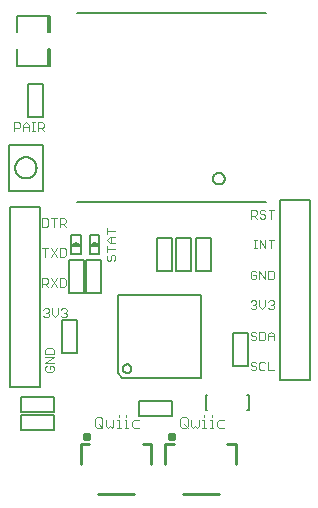
<source format=gbr>
G04 EAGLE Gerber RS-274X export*
G75*
%MOMM*%
%FSLAX34Y34*%
%LPD*%
%INSilkscreen Top*%
%IPPOS*%
%AMOC8*
5,1,8,0,0,1.08239X$1,22.5*%
G01*
%ADD10C,0.076200*%
%ADD11C,0.101600*%
%ADD12C,0.127000*%
%ADD13C,0.203200*%
%ADD14C,0.400000*%
%ADD15C,0.254000*%
%ADD16C,0.200000*%
%ADD17C,0.152400*%


D10*
X33607Y114923D02*
X32379Y113695D01*
X32379Y111237D01*
X33607Y110009D01*
X38522Y110009D01*
X39751Y111237D01*
X39751Y113695D01*
X38522Y114923D01*
X36065Y114923D01*
X36065Y112466D01*
X39751Y117493D02*
X32379Y117493D01*
X39751Y122408D01*
X32379Y122408D01*
X32379Y124977D02*
X39751Y124977D01*
X39751Y128663D01*
X38522Y129892D01*
X33607Y129892D01*
X32379Y128663D01*
X32379Y124977D01*
X30861Y162227D02*
X32090Y163455D01*
X34547Y163455D01*
X35776Y162227D01*
X35776Y160998D01*
X34547Y159769D01*
X33318Y159769D01*
X34547Y159769D02*
X35776Y158540D01*
X35776Y157312D01*
X34547Y156083D01*
X32090Y156083D01*
X30861Y157312D01*
X38345Y158540D02*
X38345Y163455D01*
X38345Y158540D02*
X40803Y156083D01*
X43260Y158540D01*
X43260Y163455D01*
X45829Y162227D02*
X47058Y163455D01*
X49515Y163455D01*
X50744Y162227D01*
X50744Y160998D01*
X49515Y159769D01*
X48287Y159769D01*
X49515Y159769D02*
X50744Y158540D01*
X50744Y157312D01*
X49515Y156083D01*
X47058Y156083D01*
X45829Y157312D01*
X29845Y181737D02*
X29845Y189109D01*
X33531Y189109D01*
X34760Y187881D01*
X34760Y185423D01*
X33531Y184194D01*
X29845Y184194D01*
X32302Y184194D02*
X34760Y181737D01*
X42244Y181737D02*
X37329Y189109D01*
X42244Y189109D02*
X37329Y181737D01*
X44813Y181737D02*
X44813Y189109D01*
X44813Y181737D02*
X48499Y181737D01*
X49728Y182966D01*
X49728Y187881D01*
X48499Y189109D01*
X44813Y189109D01*
X30099Y232537D02*
X30099Y239909D01*
X30099Y232537D02*
X33785Y232537D01*
X35014Y233766D01*
X35014Y238681D01*
X33785Y239909D01*
X30099Y239909D01*
X40041Y239909D02*
X40041Y232537D01*
X37583Y239909D02*
X42498Y239909D01*
X45067Y239909D02*
X45067Y232537D01*
X45067Y239909D02*
X48753Y239909D01*
X49982Y238681D01*
X49982Y236223D01*
X48753Y234994D01*
X45067Y234994D01*
X47525Y234994D02*
X49982Y232537D01*
X209023Y214249D02*
X211481Y214249D01*
X210252Y214249D02*
X210252Y221621D01*
X209023Y221621D02*
X211481Y221621D01*
X214013Y221621D02*
X214013Y214249D01*
X218928Y214249D02*
X214013Y221621D01*
X218928Y221621D02*
X218928Y214249D01*
X223954Y214249D02*
X223954Y221621D01*
X221497Y221621D02*
X226412Y221621D01*
D11*
X74676Y70111D02*
X74676Y64009D01*
X74676Y70111D02*
X76201Y71636D01*
X79252Y71636D01*
X80777Y70111D01*
X80777Y64009D01*
X79252Y62484D01*
X76201Y62484D01*
X74676Y64009D01*
X77727Y65535D02*
X80777Y62484D01*
X84031Y64009D02*
X84031Y68585D01*
X84031Y64009D02*
X85556Y62484D01*
X87082Y64009D01*
X88607Y62484D01*
X90132Y64009D01*
X90132Y68585D01*
X93386Y68585D02*
X94912Y68585D01*
X94912Y62484D01*
X96437Y62484D02*
X93386Y62484D01*
X94912Y71636D02*
X94912Y73161D01*
X99623Y68585D02*
X101148Y68585D01*
X101148Y62484D01*
X99623Y62484D02*
X102674Y62484D01*
X101148Y71636D02*
X101148Y73161D01*
X107385Y68585D02*
X111961Y68585D01*
X107385Y68585D02*
X105860Y67060D01*
X105860Y64009D01*
X107385Y62484D01*
X111961Y62484D01*
X146812Y64009D02*
X146812Y70111D01*
X148337Y71636D01*
X151388Y71636D01*
X152913Y70111D01*
X152913Y64009D01*
X151388Y62484D01*
X148337Y62484D01*
X146812Y64009D01*
X149863Y65535D02*
X152913Y62484D01*
X156167Y64009D02*
X156167Y68585D01*
X156167Y64009D02*
X157692Y62484D01*
X159218Y64009D01*
X160743Y62484D01*
X162268Y64009D01*
X162268Y68585D01*
X165522Y68585D02*
X167048Y68585D01*
X167048Y62484D01*
X168573Y62484D02*
X165522Y62484D01*
X167048Y71636D02*
X167048Y73161D01*
X171759Y68585D02*
X173284Y68585D01*
X173284Y62484D01*
X171759Y62484D02*
X174810Y62484D01*
X173284Y71636D02*
X173284Y73161D01*
X179521Y68585D02*
X184097Y68585D01*
X179521Y68585D02*
X177996Y67060D01*
X177996Y64009D01*
X179521Y62484D01*
X184097Y62484D01*
D10*
X6223Y313563D02*
X6223Y320935D01*
X9909Y320935D01*
X11138Y319707D01*
X11138Y317249D01*
X9909Y316020D01*
X6223Y316020D01*
X13707Y313563D02*
X13707Y318478D01*
X16165Y320935D01*
X18622Y318478D01*
X18622Y313563D01*
X18622Y317249D02*
X13707Y317249D01*
X21191Y313563D02*
X23649Y313563D01*
X22420Y313563D02*
X22420Y320935D01*
X21191Y320935D02*
X23649Y320935D01*
X26181Y320935D02*
X26181Y313563D01*
X26181Y320935D02*
X29867Y320935D01*
X31096Y319707D01*
X31096Y317249D01*
X29867Y316020D01*
X26181Y316020D01*
X28638Y316020D02*
X31096Y313563D01*
X32556Y214763D02*
X32556Y207391D01*
X30099Y214763D02*
X35014Y214763D01*
X37583Y214763D02*
X42498Y207391D01*
X37583Y207391D02*
X42498Y214763D01*
X45067Y214763D02*
X45067Y207391D01*
X48753Y207391D01*
X49982Y208620D01*
X49982Y213535D01*
X48753Y214763D01*
X45067Y214763D01*
X209961Y195459D02*
X211189Y194231D01*
X209961Y195459D02*
X207503Y195459D01*
X206275Y194231D01*
X206275Y189316D01*
X207503Y188087D01*
X209961Y188087D01*
X211189Y189316D01*
X211189Y191773D01*
X208732Y191773D01*
X213759Y188087D02*
X213759Y195459D01*
X218674Y188087D01*
X218674Y195459D01*
X221243Y195459D02*
X221243Y188087D01*
X224929Y188087D01*
X226158Y189316D01*
X226158Y194231D01*
X224929Y195459D01*
X221243Y195459D01*
X207503Y170313D02*
X206275Y169085D01*
X207503Y170313D02*
X209961Y170313D01*
X211189Y169085D01*
X211189Y167856D01*
X209961Y166627D01*
X208732Y166627D01*
X209961Y166627D02*
X211189Y165398D01*
X211189Y164170D01*
X209961Y162941D01*
X207503Y162941D01*
X206275Y164170D01*
X213759Y165398D02*
X213759Y170313D01*
X213759Y165398D02*
X216216Y162941D01*
X218674Y165398D01*
X218674Y170313D01*
X221243Y169085D02*
X222472Y170313D01*
X224929Y170313D01*
X226158Y169085D01*
X226158Y167856D01*
X224929Y166627D01*
X223700Y166627D01*
X224929Y166627D02*
X226158Y165398D01*
X226158Y164170D01*
X224929Y162941D01*
X222472Y162941D01*
X221243Y164170D01*
X209961Y143897D02*
X211189Y142669D01*
X209961Y143897D02*
X207503Y143897D01*
X206275Y142669D01*
X206275Y141440D01*
X207503Y140211D01*
X209961Y140211D01*
X211189Y138982D01*
X211189Y137754D01*
X209961Y136525D01*
X207503Y136525D01*
X206275Y137754D01*
X213759Y136525D02*
X213759Y143897D01*
X213759Y136525D02*
X217445Y136525D01*
X218674Y137754D01*
X218674Y142669D01*
X217445Y143897D01*
X213759Y143897D01*
X221243Y141440D02*
X221243Y136525D01*
X221243Y141440D02*
X223700Y143897D01*
X226158Y141440D01*
X226158Y136525D01*
X226158Y140211D02*
X221243Y140211D01*
X209961Y118497D02*
X211189Y117269D01*
X209961Y118497D02*
X207503Y118497D01*
X206275Y117269D01*
X206275Y116040D01*
X207503Y114811D01*
X209961Y114811D01*
X211189Y113582D01*
X211189Y112354D01*
X209961Y111125D01*
X207503Y111125D01*
X206275Y112354D01*
X217445Y118497D02*
X218674Y117269D01*
X217445Y118497D02*
X214987Y118497D01*
X213759Y117269D01*
X213759Y112354D01*
X214987Y111125D01*
X217445Y111125D01*
X218674Y112354D01*
X221243Y111125D02*
X221243Y118497D01*
X221243Y111125D02*
X226158Y111125D01*
X206529Y239395D02*
X206529Y246767D01*
X210215Y246767D01*
X211443Y245539D01*
X211443Y243081D01*
X210215Y241852D01*
X206529Y241852D01*
X208986Y241852D02*
X211443Y239395D01*
X217699Y246767D02*
X218928Y245539D01*
X217699Y246767D02*
X215241Y246767D01*
X214013Y245539D01*
X214013Y244310D01*
X215241Y243081D01*
X217699Y243081D01*
X218928Y241852D01*
X218928Y240624D01*
X217699Y239395D01*
X215241Y239395D01*
X214013Y240624D01*
X223954Y239395D02*
X223954Y246767D01*
X221497Y246767D02*
X226412Y246767D01*
X85677Y208750D02*
X84449Y207521D01*
X84449Y205064D01*
X85677Y203835D01*
X86906Y203835D01*
X88135Y205064D01*
X88135Y207521D01*
X89364Y208750D01*
X90592Y208750D01*
X91821Y207521D01*
X91821Y205064D01*
X90592Y203835D01*
X91821Y213777D02*
X84449Y213777D01*
X84449Y216234D02*
X84449Y211319D01*
X86906Y218803D02*
X91821Y218803D01*
X86906Y218803D02*
X84449Y221261D01*
X86906Y223718D01*
X91821Y223718D01*
X88135Y223718D02*
X88135Y218803D01*
X91821Y228745D02*
X84449Y228745D01*
X84449Y231202D02*
X84449Y226287D01*
D12*
X30538Y325878D02*
X30538Y353818D01*
X30538Y325878D02*
X17838Y325878D01*
X17838Y353818D01*
X30538Y353818D01*
D13*
X34882Y397084D02*
X34882Y411084D01*
X8882Y411084D01*
X8882Y369084D02*
X34882Y369084D01*
X34882Y383084D01*
X8882Y397084D02*
X8882Y411084D01*
X8882Y383084D02*
X8882Y369084D01*
X35882Y397084D02*
X35882Y410084D01*
X35882Y383084D02*
X35882Y370084D01*
X36882Y397084D02*
X36882Y411084D01*
X36882Y383084D02*
X36882Y369084D01*
X36882Y411084D02*
X34882Y411084D01*
X34882Y397084D02*
X36882Y397084D01*
X36882Y383084D02*
X34882Y383084D01*
X34882Y369084D02*
X36882Y369084D01*
D12*
X39566Y75960D02*
X11626Y75960D01*
X11626Y88660D01*
X39566Y88660D01*
X39566Y75960D01*
X39610Y60622D02*
X11670Y60622D01*
X11670Y73322D01*
X39610Y73322D01*
X39610Y60622D01*
D14*
X137786Y55000D02*
X137788Y55075D01*
X137794Y55149D01*
X137804Y55223D01*
X137817Y55296D01*
X137835Y55369D01*
X137856Y55440D01*
X137881Y55511D01*
X137910Y55580D01*
X137943Y55647D01*
X137979Y55712D01*
X138018Y55776D01*
X138060Y55837D01*
X138106Y55896D01*
X138155Y55953D01*
X138207Y56006D01*
X138261Y56057D01*
X138318Y56106D01*
X138378Y56150D01*
X138440Y56192D01*
X138504Y56231D01*
X138570Y56266D01*
X138637Y56297D01*
X138707Y56325D01*
X138777Y56349D01*
X138849Y56370D01*
X138922Y56386D01*
X138995Y56399D01*
X139070Y56408D01*
X139144Y56413D01*
X139219Y56414D01*
X139293Y56411D01*
X139368Y56404D01*
X139441Y56393D01*
X139515Y56379D01*
X139587Y56360D01*
X139658Y56338D01*
X139728Y56312D01*
X139797Y56282D01*
X139863Y56249D01*
X139928Y56212D01*
X139991Y56172D01*
X140052Y56128D01*
X140110Y56082D01*
X140166Y56032D01*
X140219Y55980D01*
X140270Y55925D01*
X140317Y55867D01*
X140361Y55807D01*
X140402Y55744D01*
X140440Y55680D01*
X140474Y55614D01*
X140505Y55545D01*
X140532Y55476D01*
X140555Y55405D01*
X140574Y55333D01*
X140590Y55260D01*
X140602Y55186D01*
X140610Y55112D01*
X140614Y55037D01*
X140614Y54963D01*
X140610Y54888D01*
X140602Y54814D01*
X140590Y54740D01*
X140574Y54667D01*
X140555Y54595D01*
X140532Y54524D01*
X140505Y54455D01*
X140474Y54386D01*
X140440Y54320D01*
X140402Y54256D01*
X140361Y54193D01*
X140317Y54133D01*
X140270Y54075D01*
X140219Y54020D01*
X140166Y53968D01*
X140110Y53918D01*
X140052Y53872D01*
X139991Y53828D01*
X139928Y53788D01*
X139863Y53751D01*
X139797Y53718D01*
X139728Y53688D01*
X139658Y53662D01*
X139587Y53640D01*
X139515Y53621D01*
X139441Y53607D01*
X139368Y53596D01*
X139293Y53589D01*
X139219Y53586D01*
X139144Y53587D01*
X139070Y53592D01*
X138995Y53601D01*
X138922Y53614D01*
X138849Y53630D01*
X138777Y53651D01*
X138707Y53675D01*
X138637Y53703D01*
X138570Y53734D01*
X138504Y53769D01*
X138440Y53808D01*
X138378Y53850D01*
X138318Y53894D01*
X138261Y53943D01*
X138207Y53994D01*
X138155Y54047D01*
X138106Y54104D01*
X138060Y54163D01*
X138018Y54224D01*
X137979Y54288D01*
X137943Y54353D01*
X137910Y54420D01*
X137881Y54489D01*
X137856Y54560D01*
X137835Y54631D01*
X137817Y54704D01*
X137804Y54777D01*
X137794Y54851D01*
X137788Y54925D01*
X137786Y55000D01*
D15*
X149200Y6000D02*
X179200Y6000D01*
X134200Y32000D02*
X134200Y48500D01*
X186700Y48500D02*
X194200Y48500D01*
X194200Y32000D01*
X141700Y48500D02*
X134200Y48500D01*
D14*
X65926Y55000D02*
X65928Y55075D01*
X65934Y55149D01*
X65944Y55223D01*
X65957Y55296D01*
X65975Y55369D01*
X65996Y55440D01*
X66021Y55511D01*
X66050Y55580D01*
X66083Y55647D01*
X66119Y55712D01*
X66158Y55776D01*
X66200Y55837D01*
X66246Y55896D01*
X66295Y55953D01*
X66347Y56006D01*
X66401Y56057D01*
X66458Y56106D01*
X66518Y56150D01*
X66580Y56192D01*
X66644Y56231D01*
X66710Y56266D01*
X66777Y56297D01*
X66847Y56325D01*
X66917Y56349D01*
X66989Y56370D01*
X67062Y56386D01*
X67135Y56399D01*
X67210Y56408D01*
X67284Y56413D01*
X67359Y56414D01*
X67433Y56411D01*
X67508Y56404D01*
X67581Y56393D01*
X67655Y56379D01*
X67727Y56360D01*
X67798Y56338D01*
X67868Y56312D01*
X67937Y56282D01*
X68003Y56249D01*
X68068Y56212D01*
X68131Y56172D01*
X68192Y56128D01*
X68250Y56082D01*
X68306Y56032D01*
X68359Y55980D01*
X68410Y55925D01*
X68457Y55867D01*
X68501Y55807D01*
X68542Y55744D01*
X68580Y55680D01*
X68614Y55614D01*
X68645Y55545D01*
X68672Y55476D01*
X68695Y55405D01*
X68714Y55333D01*
X68730Y55260D01*
X68742Y55186D01*
X68750Y55112D01*
X68754Y55037D01*
X68754Y54963D01*
X68750Y54888D01*
X68742Y54814D01*
X68730Y54740D01*
X68714Y54667D01*
X68695Y54595D01*
X68672Y54524D01*
X68645Y54455D01*
X68614Y54386D01*
X68580Y54320D01*
X68542Y54256D01*
X68501Y54193D01*
X68457Y54133D01*
X68410Y54075D01*
X68359Y54020D01*
X68306Y53968D01*
X68250Y53918D01*
X68192Y53872D01*
X68131Y53828D01*
X68068Y53788D01*
X68003Y53751D01*
X67937Y53718D01*
X67868Y53688D01*
X67798Y53662D01*
X67727Y53640D01*
X67655Y53621D01*
X67581Y53607D01*
X67508Y53596D01*
X67433Y53589D01*
X67359Y53586D01*
X67284Y53587D01*
X67210Y53592D01*
X67135Y53601D01*
X67062Y53614D01*
X66989Y53630D01*
X66917Y53651D01*
X66847Y53675D01*
X66777Y53703D01*
X66710Y53734D01*
X66644Y53769D01*
X66580Y53808D01*
X66518Y53850D01*
X66458Y53894D01*
X66401Y53943D01*
X66347Y53994D01*
X66295Y54047D01*
X66246Y54104D01*
X66200Y54163D01*
X66158Y54224D01*
X66119Y54288D01*
X66083Y54353D01*
X66050Y54420D01*
X66021Y54489D01*
X65996Y54560D01*
X65975Y54631D01*
X65957Y54704D01*
X65944Y54777D01*
X65934Y54851D01*
X65928Y54925D01*
X65926Y55000D01*
D15*
X77340Y6000D02*
X107340Y6000D01*
X62340Y32000D02*
X62340Y48500D01*
X114840Y48500D02*
X122340Y48500D01*
X122340Y32000D01*
X69840Y48500D02*
X62340Y48500D01*
D16*
X1570Y263032D02*
X1570Y302032D01*
X30570Y302032D01*
X30570Y263032D01*
X1570Y263032D01*
X7070Y282532D02*
X7073Y282753D01*
X7081Y282974D01*
X7094Y283194D01*
X7113Y283414D01*
X7138Y283634D01*
X7167Y283853D01*
X7203Y284071D01*
X7243Y284288D01*
X7289Y284504D01*
X7340Y284719D01*
X7396Y284932D01*
X7458Y285145D01*
X7524Y285355D01*
X7596Y285564D01*
X7673Y285771D01*
X7755Y285976D01*
X7842Y286179D01*
X7934Y286380D01*
X8031Y286579D01*
X8133Y286775D01*
X8239Y286968D01*
X8350Y287159D01*
X8466Y287347D01*
X8587Y287532D01*
X8712Y287714D01*
X8841Y287893D01*
X8975Y288069D01*
X9113Y288242D01*
X9255Y288411D01*
X9401Y288576D01*
X9552Y288738D01*
X9706Y288896D01*
X9864Y289050D01*
X10026Y289201D01*
X10191Y289347D01*
X10360Y289489D01*
X10533Y289627D01*
X10709Y289761D01*
X10888Y289890D01*
X11070Y290015D01*
X11255Y290136D01*
X11443Y290252D01*
X11634Y290363D01*
X11827Y290469D01*
X12023Y290571D01*
X12222Y290668D01*
X12423Y290760D01*
X12626Y290847D01*
X12831Y290929D01*
X13038Y291006D01*
X13247Y291078D01*
X13457Y291144D01*
X13670Y291206D01*
X13883Y291262D01*
X14098Y291313D01*
X14314Y291359D01*
X14531Y291399D01*
X14749Y291435D01*
X14968Y291464D01*
X15188Y291489D01*
X15408Y291508D01*
X15628Y291521D01*
X15849Y291529D01*
X16070Y291532D01*
X16291Y291529D01*
X16512Y291521D01*
X16732Y291508D01*
X16952Y291489D01*
X17172Y291464D01*
X17391Y291435D01*
X17609Y291399D01*
X17826Y291359D01*
X18042Y291313D01*
X18257Y291262D01*
X18470Y291206D01*
X18683Y291144D01*
X18893Y291078D01*
X19102Y291006D01*
X19309Y290929D01*
X19514Y290847D01*
X19717Y290760D01*
X19918Y290668D01*
X20117Y290571D01*
X20313Y290469D01*
X20506Y290363D01*
X20697Y290252D01*
X20885Y290136D01*
X21070Y290015D01*
X21252Y289890D01*
X21431Y289761D01*
X21607Y289627D01*
X21780Y289489D01*
X21949Y289347D01*
X22114Y289201D01*
X22276Y289050D01*
X22434Y288896D01*
X22588Y288738D01*
X22739Y288576D01*
X22885Y288411D01*
X23027Y288242D01*
X23165Y288069D01*
X23299Y287893D01*
X23428Y287714D01*
X23553Y287532D01*
X23674Y287347D01*
X23790Y287159D01*
X23901Y286968D01*
X24007Y286775D01*
X24109Y286579D01*
X24206Y286380D01*
X24298Y286179D01*
X24385Y285976D01*
X24467Y285771D01*
X24544Y285564D01*
X24616Y285355D01*
X24682Y285145D01*
X24744Y284932D01*
X24800Y284719D01*
X24851Y284504D01*
X24897Y284288D01*
X24937Y284071D01*
X24973Y283853D01*
X25002Y283634D01*
X25027Y283414D01*
X25046Y283194D01*
X25059Y282974D01*
X25067Y282753D01*
X25070Y282532D01*
X25067Y282311D01*
X25059Y282090D01*
X25046Y281870D01*
X25027Y281650D01*
X25002Y281430D01*
X24973Y281211D01*
X24937Y280993D01*
X24897Y280776D01*
X24851Y280560D01*
X24800Y280345D01*
X24744Y280132D01*
X24682Y279919D01*
X24616Y279709D01*
X24544Y279500D01*
X24467Y279293D01*
X24385Y279088D01*
X24298Y278885D01*
X24206Y278684D01*
X24109Y278485D01*
X24007Y278289D01*
X23901Y278096D01*
X23790Y277905D01*
X23674Y277717D01*
X23553Y277532D01*
X23428Y277350D01*
X23299Y277171D01*
X23165Y276995D01*
X23027Y276822D01*
X22885Y276653D01*
X22739Y276488D01*
X22588Y276326D01*
X22434Y276168D01*
X22276Y276014D01*
X22114Y275863D01*
X21949Y275717D01*
X21780Y275575D01*
X21607Y275437D01*
X21431Y275303D01*
X21252Y275174D01*
X21070Y275049D01*
X20885Y274928D01*
X20697Y274812D01*
X20506Y274701D01*
X20313Y274595D01*
X20117Y274493D01*
X19918Y274396D01*
X19717Y274304D01*
X19514Y274217D01*
X19309Y274135D01*
X19102Y274058D01*
X18893Y273986D01*
X18683Y273920D01*
X18470Y273858D01*
X18257Y273802D01*
X18042Y273751D01*
X17826Y273705D01*
X17609Y273665D01*
X17391Y273629D01*
X17172Y273600D01*
X16952Y273575D01*
X16732Y273556D01*
X16512Y273543D01*
X16291Y273535D01*
X16070Y273532D01*
X15849Y273535D01*
X15628Y273543D01*
X15408Y273556D01*
X15188Y273575D01*
X14968Y273600D01*
X14749Y273629D01*
X14531Y273665D01*
X14314Y273705D01*
X14098Y273751D01*
X13883Y273802D01*
X13670Y273858D01*
X13457Y273920D01*
X13247Y273986D01*
X13038Y274058D01*
X12831Y274135D01*
X12626Y274217D01*
X12423Y274304D01*
X12222Y274396D01*
X12023Y274493D01*
X11827Y274595D01*
X11634Y274701D01*
X11443Y274812D01*
X11255Y274928D01*
X11070Y275049D01*
X10888Y275174D01*
X10709Y275303D01*
X10533Y275437D01*
X10360Y275575D01*
X10191Y275717D01*
X10026Y275863D01*
X9864Y276014D01*
X9706Y276168D01*
X9552Y276326D01*
X9401Y276488D01*
X9255Y276653D01*
X9113Y276822D01*
X8975Y276995D01*
X8841Y277171D01*
X8712Y277350D01*
X8587Y277532D01*
X8466Y277717D01*
X8350Y277905D01*
X8239Y278096D01*
X8133Y278289D01*
X8031Y278485D01*
X7934Y278684D01*
X7842Y278885D01*
X7755Y279088D01*
X7673Y279293D01*
X7596Y279500D01*
X7524Y279709D01*
X7458Y279919D01*
X7396Y280132D01*
X7340Y280345D01*
X7289Y280560D01*
X7243Y280776D01*
X7203Y280993D01*
X7167Y281211D01*
X7138Y281430D01*
X7113Y281650D01*
X7094Y281870D01*
X7081Y282090D01*
X7073Y282311D01*
X7070Y282532D01*
D17*
X94250Y175050D02*
X164350Y175050D01*
X164350Y104950D01*
X97800Y104950D01*
X94250Y108500D02*
X94250Y175050D01*
X94250Y108500D02*
X97800Y104950D01*
X98276Y112568D02*
X98278Y112687D01*
X98284Y112807D01*
X98294Y112926D01*
X98308Y113044D01*
X98326Y113162D01*
X98347Y113280D01*
X98373Y113396D01*
X98402Y113512D01*
X98436Y113627D01*
X98473Y113740D01*
X98514Y113852D01*
X98558Y113963D01*
X98606Y114073D01*
X98658Y114180D01*
X98713Y114286D01*
X98772Y114390D01*
X98835Y114492D01*
X98900Y114591D01*
X98969Y114689D01*
X99041Y114784D01*
X99116Y114877D01*
X99195Y114967D01*
X99276Y115055D01*
X99360Y115139D01*
X99447Y115221D01*
X99536Y115300D01*
X99628Y115376D01*
X99723Y115449D01*
X99820Y115519D01*
X99919Y115585D01*
X100021Y115648D01*
X100124Y115708D01*
X100229Y115764D01*
X100336Y115817D01*
X100445Y115866D01*
X100556Y115912D01*
X100668Y115953D01*
X100781Y115991D01*
X100895Y116026D01*
X101011Y116056D01*
X101127Y116083D01*
X101244Y116105D01*
X101362Y116124D01*
X101481Y116139D01*
X101600Y116150D01*
X101719Y116157D01*
X101838Y116160D01*
X101958Y116159D01*
X102077Y116154D01*
X102196Y116145D01*
X102315Y116132D01*
X102433Y116115D01*
X102550Y116095D01*
X102667Y116070D01*
X102783Y116041D01*
X102898Y116009D01*
X103012Y115973D01*
X103125Y115933D01*
X103236Y115889D01*
X103345Y115842D01*
X103453Y115791D01*
X103560Y115737D01*
X103664Y115679D01*
X103766Y115617D01*
X103867Y115553D01*
X103965Y115484D01*
X104061Y115413D01*
X104154Y115339D01*
X104245Y115261D01*
X104333Y115181D01*
X104418Y115097D01*
X104501Y115011D01*
X104581Y114922D01*
X104658Y114831D01*
X104731Y114737D01*
X104802Y114640D01*
X104869Y114542D01*
X104933Y114441D01*
X104994Y114338D01*
X105051Y114233D01*
X105104Y114127D01*
X105154Y114018D01*
X105201Y113908D01*
X105243Y113797D01*
X105282Y113684D01*
X105318Y113570D01*
X105349Y113454D01*
X105376Y113338D01*
X105400Y113221D01*
X105420Y113103D01*
X105436Y112985D01*
X105448Y112866D01*
X105456Y112747D01*
X105460Y112628D01*
X105460Y112508D01*
X105456Y112389D01*
X105448Y112270D01*
X105436Y112151D01*
X105420Y112033D01*
X105400Y111915D01*
X105376Y111798D01*
X105349Y111682D01*
X105318Y111566D01*
X105282Y111452D01*
X105243Y111339D01*
X105201Y111228D01*
X105154Y111118D01*
X105104Y111009D01*
X105051Y110903D01*
X104994Y110798D01*
X104933Y110695D01*
X104869Y110594D01*
X104802Y110496D01*
X104731Y110399D01*
X104658Y110305D01*
X104581Y110214D01*
X104501Y110125D01*
X104418Y110039D01*
X104333Y109955D01*
X104245Y109875D01*
X104154Y109797D01*
X104061Y109723D01*
X103965Y109652D01*
X103867Y109583D01*
X103766Y109519D01*
X103664Y109457D01*
X103560Y109399D01*
X103453Y109345D01*
X103345Y109294D01*
X103236Y109247D01*
X103125Y109203D01*
X103012Y109163D01*
X102898Y109127D01*
X102783Y109095D01*
X102667Y109066D01*
X102550Y109041D01*
X102433Y109021D01*
X102315Y109004D01*
X102196Y108991D01*
X102077Y108982D01*
X101958Y108977D01*
X101838Y108976D01*
X101719Y108979D01*
X101600Y108986D01*
X101481Y108997D01*
X101362Y109012D01*
X101244Y109031D01*
X101127Y109053D01*
X101011Y109080D01*
X100895Y109110D01*
X100781Y109145D01*
X100668Y109183D01*
X100556Y109224D01*
X100445Y109270D01*
X100336Y109319D01*
X100229Y109372D01*
X100124Y109428D01*
X100021Y109488D01*
X99919Y109551D01*
X99820Y109617D01*
X99723Y109687D01*
X99628Y109760D01*
X99536Y109836D01*
X99447Y109915D01*
X99360Y109997D01*
X99276Y110081D01*
X99195Y110169D01*
X99116Y110259D01*
X99041Y110352D01*
X98969Y110447D01*
X98900Y110545D01*
X98835Y110644D01*
X98772Y110746D01*
X98713Y110850D01*
X98658Y110956D01*
X98606Y111063D01*
X98558Y111173D01*
X98514Y111284D01*
X98473Y111396D01*
X98436Y111509D01*
X98402Y111624D01*
X98373Y111740D01*
X98347Y111856D01*
X98326Y111974D01*
X98308Y112092D01*
X98294Y112210D01*
X98284Y112329D01*
X98278Y112449D01*
X98276Y112568D01*
D12*
X159766Y195326D02*
X159766Y223266D01*
X172466Y223266D01*
X172466Y195326D01*
X159766Y195326D01*
X139700Y195326D02*
X139700Y223266D01*
X139700Y195326D02*
X127000Y195326D01*
X127000Y223266D01*
X139700Y223266D01*
X139700Y85344D02*
X111760Y85344D01*
X139700Y85344D02*
X139700Y72644D01*
X111760Y72644D01*
X111760Y85344D01*
X155702Y195326D02*
X155702Y223266D01*
X155702Y195326D02*
X143002Y195326D01*
X143002Y223266D01*
X155702Y223266D01*
X70168Y225678D02*
X70168Y209678D01*
X70168Y225678D02*
X78168Y225678D01*
X78168Y209678D01*
X70168Y209678D01*
X70358Y216408D02*
X77978Y216408D01*
X76073Y217678D01*
X74168Y218948D01*
X72263Y217678D01*
X70358Y216408D01*
X71628Y217043D02*
X76708Y217043D01*
X76073Y217678D02*
X72263Y217678D01*
X54420Y209678D02*
X54420Y225678D01*
X62420Y225678D01*
X62420Y209678D01*
X54420Y209678D01*
X54610Y216408D02*
X62230Y216408D01*
X60325Y217678D01*
X58420Y218948D01*
X56515Y217678D01*
X54610Y216408D01*
X55880Y217043D02*
X60960Y217043D01*
X60325Y217678D02*
X56515Y217678D01*
X80010Y204470D02*
X80010Y176530D01*
X67310Y176530D01*
X67310Y204470D01*
X80010Y204470D01*
X65024Y204216D02*
X65024Y176276D01*
X52324Y176276D01*
X52324Y204216D01*
X65024Y204216D01*
X27700Y249174D02*
X2300Y249174D01*
X27700Y249174D02*
X27700Y96774D01*
X2300Y96774D01*
X2300Y249174D01*
D13*
X168182Y77320D02*
X169182Y77320D01*
X168182Y77320D02*
X168182Y90320D01*
X169182Y90320D01*
X203182Y90320D02*
X204682Y90320D01*
X204682Y77320D01*
X203182Y77320D01*
D12*
X203708Y114300D02*
X203708Y142240D01*
X203708Y114300D02*
X191008Y114300D01*
X191008Y142240D01*
X203708Y142240D01*
X46990Y153416D02*
X46990Y125476D01*
X46990Y153416D02*
X59690Y153416D01*
X59690Y125476D01*
X46990Y125476D01*
X230900Y102870D02*
X256300Y102870D01*
X230900Y102870D02*
X230900Y255270D01*
X256300Y255270D01*
X256300Y102870D01*
X174446Y273502D02*
X174448Y273643D01*
X174454Y273784D01*
X174464Y273924D01*
X174478Y274064D01*
X174496Y274204D01*
X174517Y274343D01*
X174543Y274482D01*
X174572Y274620D01*
X174606Y274756D01*
X174643Y274892D01*
X174684Y275027D01*
X174729Y275161D01*
X174778Y275293D01*
X174830Y275424D01*
X174886Y275553D01*
X174946Y275680D01*
X175009Y275806D01*
X175075Y275930D01*
X175146Y276053D01*
X175219Y276173D01*
X175296Y276291D01*
X175376Y276407D01*
X175460Y276520D01*
X175546Y276631D01*
X175636Y276740D01*
X175729Y276846D01*
X175824Y276949D01*
X175923Y277050D01*
X176024Y277148D01*
X176128Y277243D01*
X176235Y277335D01*
X176344Y277424D01*
X176456Y277509D01*
X176570Y277592D01*
X176686Y277672D01*
X176805Y277748D01*
X176926Y277820D01*
X177048Y277890D01*
X177173Y277955D01*
X177299Y278018D01*
X177427Y278076D01*
X177557Y278131D01*
X177688Y278183D01*
X177821Y278230D01*
X177955Y278274D01*
X178090Y278315D01*
X178226Y278351D01*
X178363Y278383D01*
X178501Y278412D01*
X178639Y278437D01*
X178779Y278457D01*
X178919Y278474D01*
X179059Y278487D01*
X179200Y278496D01*
X179340Y278501D01*
X179481Y278502D01*
X179622Y278499D01*
X179763Y278492D01*
X179903Y278481D01*
X180043Y278466D01*
X180183Y278447D01*
X180322Y278425D01*
X180460Y278398D01*
X180598Y278368D01*
X180734Y278333D01*
X180870Y278295D01*
X181004Y278253D01*
X181138Y278207D01*
X181270Y278158D01*
X181400Y278104D01*
X181529Y278047D01*
X181656Y277987D01*
X181782Y277923D01*
X181905Y277855D01*
X182027Y277784D01*
X182147Y277710D01*
X182264Y277632D01*
X182379Y277551D01*
X182492Y277467D01*
X182603Y277380D01*
X182711Y277289D01*
X182816Y277196D01*
X182919Y277099D01*
X183019Y277000D01*
X183116Y276898D01*
X183210Y276793D01*
X183301Y276686D01*
X183389Y276576D01*
X183474Y276464D01*
X183556Y276349D01*
X183635Y276232D01*
X183710Y276113D01*
X183782Y275992D01*
X183850Y275869D01*
X183915Y275744D01*
X183977Y275617D01*
X184034Y275488D01*
X184089Y275358D01*
X184139Y275227D01*
X184186Y275094D01*
X184229Y274960D01*
X184268Y274824D01*
X184303Y274688D01*
X184335Y274551D01*
X184362Y274413D01*
X184386Y274274D01*
X184406Y274134D01*
X184422Y273994D01*
X184434Y273854D01*
X184442Y273713D01*
X184446Y273572D01*
X184446Y273432D01*
X184442Y273291D01*
X184434Y273150D01*
X184422Y273010D01*
X184406Y272870D01*
X184386Y272730D01*
X184362Y272591D01*
X184335Y272453D01*
X184303Y272316D01*
X184268Y272180D01*
X184229Y272044D01*
X184186Y271910D01*
X184139Y271777D01*
X184089Y271646D01*
X184034Y271516D01*
X183977Y271387D01*
X183915Y271260D01*
X183850Y271135D01*
X183782Y271012D01*
X183710Y270891D01*
X183635Y270772D01*
X183556Y270655D01*
X183474Y270540D01*
X183389Y270428D01*
X183301Y270318D01*
X183210Y270211D01*
X183116Y270106D01*
X183019Y270004D01*
X182919Y269905D01*
X182816Y269808D01*
X182711Y269715D01*
X182603Y269624D01*
X182492Y269537D01*
X182379Y269453D01*
X182264Y269372D01*
X182147Y269294D01*
X182027Y269220D01*
X181905Y269149D01*
X181782Y269081D01*
X181656Y269017D01*
X181529Y268957D01*
X181400Y268900D01*
X181270Y268846D01*
X181138Y268797D01*
X181004Y268751D01*
X180870Y268709D01*
X180734Y268671D01*
X180598Y268636D01*
X180460Y268606D01*
X180322Y268579D01*
X180183Y268557D01*
X180043Y268538D01*
X179903Y268523D01*
X179763Y268512D01*
X179622Y268505D01*
X179481Y268502D01*
X179340Y268503D01*
X179200Y268508D01*
X179059Y268517D01*
X178919Y268530D01*
X178779Y268547D01*
X178639Y268567D01*
X178501Y268592D01*
X178363Y268621D01*
X178226Y268653D01*
X178090Y268689D01*
X177955Y268730D01*
X177821Y268774D01*
X177688Y268821D01*
X177557Y268873D01*
X177427Y268928D01*
X177299Y268986D01*
X177173Y269049D01*
X177048Y269114D01*
X176926Y269184D01*
X176805Y269256D01*
X176686Y269332D01*
X176570Y269412D01*
X176456Y269495D01*
X176344Y269580D01*
X176235Y269669D01*
X176128Y269761D01*
X176024Y269856D01*
X175923Y269954D01*
X175824Y270055D01*
X175729Y270158D01*
X175636Y270264D01*
X175546Y270373D01*
X175460Y270484D01*
X175376Y270597D01*
X175296Y270713D01*
X175219Y270831D01*
X175146Y270951D01*
X175075Y271074D01*
X175009Y271198D01*
X174946Y271324D01*
X174886Y271451D01*
X174830Y271580D01*
X174778Y271711D01*
X174729Y271843D01*
X174684Y271977D01*
X174643Y272112D01*
X174606Y272248D01*
X174572Y272384D01*
X174543Y272522D01*
X174517Y272661D01*
X174496Y272800D01*
X174478Y272940D01*
X174464Y273080D01*
X174454Y273220D01*
X174448Y273361D01*
X174446Y273502D01*
X219446Y253502D02*
X59446Y253502D01*
X59446Y413502D02*
X219446Y413502D01*
M02*

</source>
